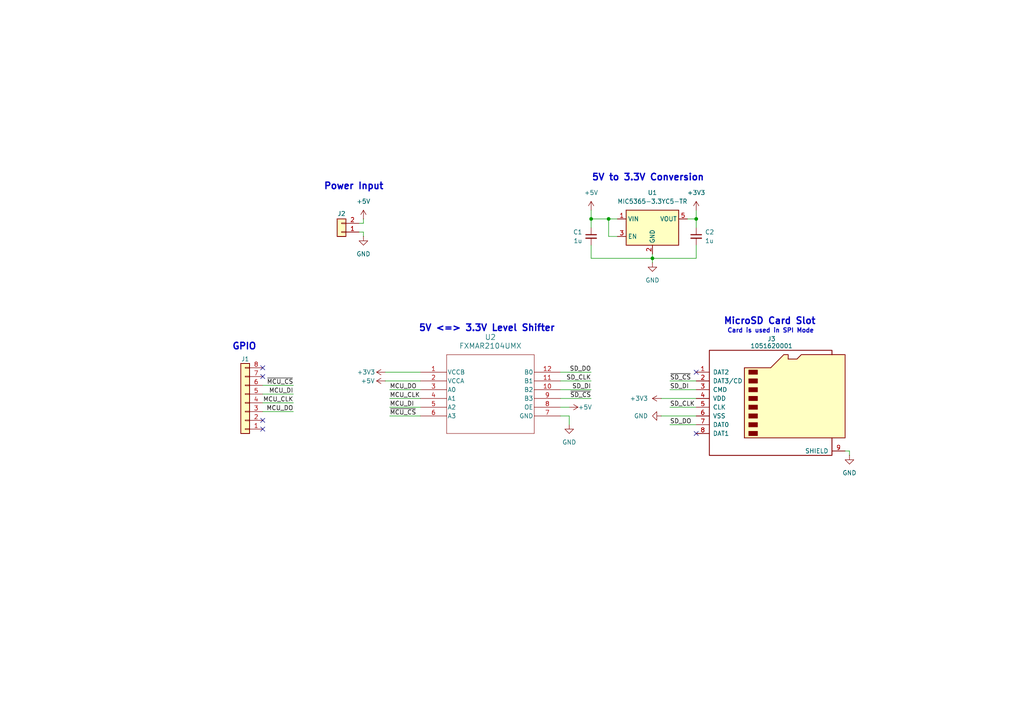
<source format=kicad_sch>
(kicad_sch (version 20250114) (generator "eeschema") (generator_version "9.0")
  (paper "A4")
  (lib_symbols
    (symbol "Connector:Micro_SD_Card" (pin_names (offset 1.016))
      (property "Reference" "J" (at -16.51 15.24 0))
      (property "Value" "Micro_SD_Card" (at 16.51 15.24 0))
      (symbol "Micro_SD_Card_0_1"
        (polyline (pts (xy -8.89 -11.43) (xy -8.89 8.89) (xy -1.27 8.89) (xy 2.54 12.7) (xy 3.81 12.7) (xy 3.81 11.43) (xy 6.35 11.43) (xy 7.62 12.7) (xy 20.32 12.7) (xy 20.32 -11.43) (xy -8.89 -11.43)) (stroke (width 0.254)) (fill (type background)))
        (rectangle (start -7.62 8.255) (end -5.08 6.985) (fill (type outline)))
        (rectangle (start -7.62 5.715) (end -5.08 4.445) (fill (type outline)))
        (rectangle (start -7.62 3.175) (end -5.08 1.905) (fill (type outline)))
        (rectangle (start -7.62 0.635) (end -5.08 -0.635) (fill (type outline)))
        (rectangle (start -7.62 -1.905) (end -5.08 -3.175) (fill (type outline)))
        (rectangle (start -7.62 -4.445) (end -5.08 -5.715) (fill (type outline)))
        (rectangle (start -7.62 -6.985) (end -5.08 -8.255) (fill (type outline)))
        (rectangle (start -7.62 -9.525) (end -5.08 -10.795) (fill (type outline)))
        (polyline (pts (xy 16.51 12.7) (xy 16.51 13.97) (xy -19.05 13.97) (xy -19.05 -16.51) (xy 16.51 -16.51) (xy 16.51 -11.43)) (stroke (width 0.254)))
      )
      (symbol "Micro_SD_Card_1_1"
        (pin bidirectional line (at -22.86 7.62 0) (length 3.81) (name "DAT2") (number "1"))
        (pin bidirectional line (at -22.86 5.08 0) (length 3.81) (name "DAT3/CD") (number "2"))
        (pin input line (at -22.86 2.54 0) (length 3.81) (name "CMD") (number "3"))
        (pin power_in line (at -22.86 0 0) (length 3.81) (name "VDD") (number "4"))
        (pin input line (at -22.86 -2.54 0) (length 3.81) (name "CLK") (number "5"))
        (pin power_in line (at -22.86 -5.08 0) (length 3.81) (name "VSS") (number "6"))
        (pin bidirectional line (at -22.86 -7.62 0) (length 3.81) (name "DAT0") (number "7"))
        (pin bidirectional line (at -22.86 -10.16 0) (length 3.81) (name "DAT1") (number "8"))
        (pin passive line (at 20.32 -15.24 180) (length 3.81) (name "SHIELD") (number "9"))
      )
    )
    (symbol "Connector_Generic:Conn_01x02" (pin_names (offset 1.016) (hide yes))
      (property "Reference" "J" (at 0 2.54 0))
      (property "Value" "Conn_01x02" (at 0 -5.08 0))
      (symbol "Conn_01x02_1_1"
        (rectangle (start -1.27 1.27) (end 1.27 -3.81) (stroke (width 0.254)) (fill (type background)))
        (rectangle (start -1.27 0.127) (end 0 -0.127) (stroke (width 0.1524)))
        (rectangle (start -1.27 -2.413) (end 0 -2.667) (stroke (width 0.1524)))
        (pin passive line (at -5.08 0 0) (length 3.81) (name "Pin_1") (number "1"))
        (pin passive line (at -5.08 -2.54 0) (length 3.81) (name "Pin_2") (number "2"))
      )
    )
    (symbol "Connector_Generic:Conn_01x08" (pin_names (offset 1.016) (hide yes))
      (property "Reference" "J" (at 0 10.16 0))
      (property "Value" "Conn_01x08" (at 0 -12.7 0))
      (symbol "Conn_01x08_1_1"
        (rectangle (start -1.27 8.89) (end 1.27 -11.43) (stroke (width 0.254)) (fill (type background)))
        (rectangle (start -1.27 7.747) (end 0 7.493) (stroke (width 0.1524)))
        (rectangle (start -1.27 5.207) (end 0 4.953) (stroke (width 0.1524)))
        (rectangle (start -1.27 2.667) (end 0 2.413) (stroke (width 0.1524)))
        (rectangle (start -1.27 0.127) (end 0 -0.127) (stroke (width 0.1524)))
        (rectangle (start -1.27 -2.413) (end 0 -2.667) (stroke (width 0.1524)))
        (rectangle (start -1.27 -4.953) (end 0 -5.207) (stroke (width 0.1524)))
        (rectangle (start -1.27 -7.493) (end 0 -7.747) (stroke (width 0.1524)))
        (rectangle (start -1.27 -10.033) (end 0 -10.287) (stroke (width 0.1524)))
        (pin passive line (at -5.08 7.62 0) (length 3.81) (name "Pin_1") (number "1"))
        (pin passive line (at -5.08 5.08 0) (length 3.81) (name "Pin_2") (number "2"))
        (pin passive line (at -5.08 2.54 0) (length 3.81) (name "Pin_3") (number "3"))
        (pin passive line (at -5.08 0 0) (length 3.81) (name "Pin_4") (number "4"))
        (pin passive line (at -5.08 -2.54 0) (length 3.81) (name "Pin_5") (number "5"))
        (pin passive line (at -5.08 -5.08 0) (length 3.81) (name "Pin_6") (number "6"))
        (pin passive line (at -5.08 -7.62 0) (length 3.81) (name "Pin_7") (number "7"))
        (pin passive line (at -5.08 -10.16 0) (length 3.81) (name "Pin_8") (number "8"))
      )
    )
    (symbol "Device:C_Small" (pin_numbers (hide yes)) (pin_names (offset 0.254) (hide yes))
      (property "Reference" "C" (at 0.254 1.778 0))
      (property "Value" "C_Small" (at 0.254 -2.032 0))
      (symbol "C_Small_0_1"
        (polyline (pts (xy -1.524 0.508) (xy 1.524 0.508)) (stroke (width 0.3048)))
        (polyline (pts (xy -1.524 -0.508) (xy 1.524 -0.508)) (stroke (width 0.3302)))
      )
      (symbol "C_Small_1_1"
        (pin passive line (at 0 2.54 270) (length 2.032) (name "~") (number "1"))
        (pin passive line (at 0 -2.54 90) (length 2.032) (name "~") (number "2"))
      )
    )
    (symbol "FXMAR2104UMX:FXMAR2104UMX" (pin_names (offset 0.254))
      (property "Reference" "U" (at 20.32 10.16 0))
      (property "Value" "FXMAR2104UMX" (at 20.32 7.62 0))
      (symbol "FXMAR2104UMX_0_1"
        (polyline (pts (xy 7.62 5.08) (xy 7.62 -17.78)) (stroke (width 0.127)))
        (polyline (pts (xy 7.62 -17.78) (xy 33.02 -17.78)) (stroke (width 0.127)))
        (polyline (pts (xy 33.02 5.08) (xy 7.62 5.08)) (stroke (width 0.127)))
        (polyline (pts (xy 33.02 -17.78) (xy 33.02 5.08)) (stroke (width 0.127)))
        (pin power_in line (at 0 0 0) (length 7.62) (name "VCCB") (number "1"))
        (pin power_in line (at 0 -2.54 0) (length 7.62) (name "VCCA") (number "2"))
        (pin bidirectional line (at 0 -5.08 0) (length 7.62) (name "A0") (number "3"))
        (pin bidirectional line (at 0 -7.62 0) (length 7.62) (name "A1") (number "4"))
        (pin bidirectional line (at 0 -10.16 0) (length 7.62) (name "A2") (number "5"))
        (pin bidirectional line (at 0 -12.7 0) (length 7.62) (name "A3") (number "6"))
        (pin bidirectional line (at 40.64 0 180) (length 7.62) (name "B0") (number "12"))
        (pin bidirectional line (at 40.64 -2.54 180) (length 7.62) (name "B1") (number "11"))
        (pin bidirectional line (at 40.64 -5.08 180) (length 7.62) (name "B2") (number "10"))
        (pin bidirectional line (at 40.64 -7.62 180) (length 7.62) (name "B3") (number "9"))
        (pin input line (at 40.64 -10.16 180) (length 7.62) (name "OE") (number "8"))
        (pin power_out line (at 40.64 -12.7 180) (length 7.62) (name "GND") (number "7"))
      )
    )
    (symbol "Regulator_Linear:MIC5365-3.3YC5"
      (property "Reference" "U" (at -6.35 6.35 0))
      (property "Value" "MIC5365-3.3YC5" (at 0 6.35 0))
      (symbol "MIC5365-3.3YC5_0_1"
        (rectangle (start -7.62 -5.08) (end 7.62 5.08) (stroke (width 0.254)) (fill (type background)))
      )
      (symbol "MIC5365-3.3YC5_1_1"
        (pin power_in line (at -10.16 2.54 0) (length 2.54) (name "VIN") (number "1"))
        (pin input line (at -10.16 -2.54 0) (length 2.54) (name "EN") (number "3"))
        (pin power_in line (at 0 -7.62 90) (length 2.54) (name "GND") (number "2"))
        (pin no_connect line (at 7.62 -2.54 180) (length 2.54) (hide yes) (name "NC") (number "4"))
        (pin power_out line (at 10.16 2.54 180) (length 2.54) (name "VOUT") (number "5"))
      )
    )
    (symbol "power:+3V3" (power) (pin_numbers (hide yes)) (pin_names (offset 0) (hide yes))
      (property "Value" "+3V3" (at 0 3.556 0))
      (symbol "+3V3_0_1"
        (polyline (pts (xy -0.762 1.27) (xy 0 2.54)))
        (polyline (pts (xy 0 2.54) (xy 0.762 1.27)))
        (polyline (pts (xy 0 0) (xy 0 2.54)))
      )
      (symbol "+3V3_1_1"
        (pin power_in line (at 0 0 90) (length 0) (name "~") (number "1"))
      )
    )
    (symbol "power:+5V" (power) (pin_numbers (hide yes)) (pin_names (offset 0) (hide yes))
      (property "Value" "+5V" (at 0 3.556 0))
      (symbol "+5V_0_1"
        (polyline (pts (xy -0.762 1.27) (xy 0 2.54)))
        (polyline (pts (xy 0 2.54) (xy 0.762 1.27)))
        (polyline (pts (xy 0 0) (xy 0 2.54)))
      )
      (symbol "+5V_1_1"
        (pin power_in line (at 0 0 90) (length 0) (name "~") (number "1"))
      )
    )
    (symbol "power:GND" (power) (pin_numbers (hide yes)) (pin_names (offset 0) (hide yes))
      (property "Value" "GND" (at 0 -3.81 0))
      (symbol "GND_0_1"
        (polyline (pts (xy 0 0) (xy 0 -1.27) (xy 1.27 -1.27) (xy 0 -2.54) (xy -1.27 -1.27) (xy 0 -1.27)))
      )
      (symbol "GND_1_1"
        (pin power_in line (at 0 0 270) (length 0) (name "~") (number "1"))
      )
    )
  )
  (text "MicroSD Card Slot" (at 223.266 93.218 0) (effects (font (size 1.905 1.905) (thickness 0.381) (bold yes))))
  (text "Power Input" (at 102.616 54.102 0) (effects (font (size 1.905 1.905) (thickness 0.381) (bold yes))))
  (text "5V <=> 3.3V Level Shifter" (at 141.224 95.25 0) (effects (font (size 1.905 1.905) (thickness 0.381) (bold yes))))
  (text "Card is used in SPI Mode" (at 223.52 96.012 0) (effects (font (size 1.27 1.27) (thickness 0.254) (bold yes))))
  (text "5V to 3.3V Conversion" (at 187.96 51.562 0) (effects (font (size 1.905 1.905) (thickness 0.381) (bold yes))))
  (text "GPIO" (at 70.866 100.584 0) (effects (font (size 1.905 1.905) (thickness 0.381) (bold yes))))
  (junction (at 171.45 63.5))
  (junction (at 189.23 74.93))
  (junction (at 201.93 63.5))
  (junction (at 176.53 63.5))
  (no_connect (at 76.2 106.68))
  (no_connect (at 76.2 121.92))
  (no_connect (at 201.93 125.73))
  (no_connect (at 201.93 107.95))
  (no_connect (at 76.2 124.46))
  (no_connect (at 76.2 109.22))
  (wire (pts (xy 201.93 74.93) (xy 189.23 74.93)))
  (wire (pts (xy 171.45 71.12) (xy 171.45 74.93)))
  (wire (pts (xy 179.07 63.5) (xy 176.53 63.5)))
  (wire (pts (xy 162.56 110.49) (xy 171.45 110.49)))
  (wire (pts (xy 105.41 68.58) (xy 105.41 67.31)))
  (wire (pts (xy 171.45 60.96) (xy 171.45 63.5)))
  (wire (pts (xy 191.77 115.57) (xy 201.93 115.57)))
  (wire (pts (xy 162.56 120.65) (xy 165.1 120.65)))
  (wire (pts (xy 245.11 130.81) (xy 246.38 130.81)))
  (wire (pts (xy 162.56 115.57) (xy 171.45 115.57)))
  (wire (pts (xy 165.1 120.65) (xy 165.1 123.19)))
  (wire (pts (xy 113.03 120.65) (xy 121.92 120.65)))
  (wire (pts (xy 113.03 113.03) (xy 121.92 113.03)))
  (wire (pts (xy 162.56 113.03) (xy 171.45 113.03)))
  (wire (pts (xy 104.14 67.31) (xy 105.41 67.31)))
  (wire (pts (xy 76.2 114.3) (xy 85.09 114.3)))
  (wire (pts (xy 176.53 63.5) (xy 171.45 63.5)))
  (wire (pts (xy 191.77 120.65) (xy 201.93 120.65)))
  (wire (pts (xy 105.41 63.5) (xy 105.41 64.77)))
  (wire (pts (xy 104.14 64.77) (xy 105.41 64.77)))
  (wire (pts (xy 201.93 71.12) (xy 201.93 74.93)))
  (wire (pts (xy 194.31 113.03) (xy 201.93 113.03)))
  (wire (pts (xy 171.45 63.5) (xy 171.45 66.04)))
  (wire (pts (xy 194.31 110.49) (xy 201.93 110.49)))
  (wire (pts (xy 111.76 110.49) (xy 121.92 110.49)))
  (wire (pts (xy 111.76 107.95) (xy 121.92 107.95)))
  (wire (pts (xy 165.1 118.11) (xy 162.56 118.11)))
  (wire (pts (xy 76.2 111.76) (xy 85.09 111.76)))
  (wire (pts (xy 171.45 74.93) (xy 189.23 74.93)))
  (wire (pts (xy 189.23 73.66) (xy 189.23 74.93)))
  (wire (pts (xy 201.93 60.96) (xy 201.93 63.5)))
  (wire (pts (xy 113.03 115.57) (xy 121.92 115.57)))
  (wire (pts (xy 201.93 63.5) (xy 199.39 63.5)))
  (wire (pts (xy 179.07 68.58) (xy 176.53 68.58)))
  (wire (pts (xy 76.2 116.84) (xy 85.09 116.84)))
  (wire (pts (xy 201.93 66.04) (xy 201.93 63.5)))
  (wire (pts (xy 176.53 63.5) (xy 176.53 68.58)))
  (wire (pts (xy 246.38 132.08) (xy 246.38 130.81)))
  (wire (pts (xy 76.2 119.38) (xy 85.09 119.38)))
  (wire (pts (xy 113.03 118.11) (xy 121.92 118.11)))
  (wire (pts (xy 194.31 118.11) (xy 201.93 118.11)))
  (wire (pts (xy 189.23 74.93) (xy 189.23 76.2)))
  (wire (pts (xy 162.56 107.95) (xy 171.45 107.95)))
  (wire (pts (xy 194.31 123.19) (xy 201.93 123.19)))
  (label "MCU_DI" (at 85.09 114.3 180) (effects (font (thickness 0.1588))))
  (label "MCU_CLK" (at 113.03 115.57 0) (effects (font (thickness 0.1588))))
  (label "MCU_DI" (at 113.03 118.11 0) (effects (font (thickness 0.1588))))
  (label "SD_DO" (at 194.31 123.19 0) (effects (font (thickness 0.1588))))
  (label "SD_DO" (at 171.45 107.95 180) (effects (font (thickness 0.1588))))
  (label "SD_CLK" (at 194.31 118.11 0) (effects (font (thickness 0.1588))))
  (label "~{MCU_CS}" (at 113.03 120.65 0) (effects (font (thickness 0.1588))))
  (label "MCU_DO" (at 113.03 113.03 0) (effects (font (thickness 0.1588))))
  (label "~{SD_CS}" (at 194.31 110.49 0) (effects (font (thickness 0.1588))))
  (label "~{SD_CS}" (at 171.45 115.57 180) (effects (font (thickness 0.1588))))
  (label "~{MCU_CS}" (at 85.09 111.76 180) (effects (font (thickness 0.1588))))
  (label "SD_CLK" (at 171.45 110.49 180) (effects (font (thickness 0.1588))))
  (label "SD_DI" (at 194.31 113.03 0) (effects (font (thickness 0.1588))))
  (label "MCU_CLK" (at 85.09 116.84 180) (effects (font (thickness 0.1588))))
  (label "MCU_DO" (at 85.09 119.38 180) (effects (font (thickness 0.1588))))
  (label "SD_DI" (at 171.45 113.03 180) (effects (font (thickness 0.1588))))
  (symbol (lib_id "Connector_Generic:Conn_01x02") (at 99.06 67.31 180) (unit 1)
    (property "Reference" "J2" (at 99.06 61.976 0))
    (property "Value" "Conn_01x02" (effects (hide yes)))
    (property "Footprint" "Connector_PinSocket_1.27mm:PinSocket_1x02_P1.27mm_Vertical" (effects (hide yes)))
    (property "Description" "Generic connector, single row, 01x02, script generated (kicad-library-utils/schlib/autogen/connector/)" (effects (hide yes)))
  )
  (symbol (lib_id "power:GND") (at 165.1 123.19 0) (unit 1)
    (property "Reference" "#PWR011" (effects (hide yes)))
    (property "Value" "GND" (at 165.1 128.27 0))
    (property "Description" "Power symbol creates a global label with name \"GND\" , ground" (effects (hide yes)))
  )
  (symbol (lib_id "power:GND") (at 105.41 68.58 0) (unit 1)
    (property "Reference" "#PWR02" (effects (hide yes)))
    (property "Value" "GND" (at 105.41 73.66 0))
    (property "Description" "Power symbol creates a global label with name \"GND\" , ground" (effects (hide yes)))
  )
  (symbol (lib_id "Regulator_Linear:MIC5365-3.3YC5") (at 189.23 66.04 0) (unit 1)
    (property "Reference" "U1" (at 189.23 55.88 0))
    (property "Value" "MIC5365-3.3YC5-TR" (at 189.23 58.42 0))
    (property "Footprint" "Package_TO_SOT_SMD:SOT-353_SC-70-5" (effects (hide yes)))
    (property "Datasheet" "https://ww1.microchip.com/downloads/aemDocuments/documents/APID/ProductDocuments/DataSheets/MIC5365-6-High-Performance-Single-150mA-LDO-DS20006605A.pdf" (effects (hide yes)))
    (property "Description" "150mA Low-dropout Voltage Regulator, Vout 3.3V, Vin up to 5.5V, SC-70-5" (effects (hide yes)))
  )
  (symbol (lib_id "Connector_Generic:Conn_01x08") (at 71.12 116.84 180) (unit 1)
    (property "Reference" "J1" (at 71.12 104.14 0))
    (property "Value" "Conn_01x08" (effects (hide yes)))
    (property "Footprint" "Connector_PinSocket_1.27mm:PinSocket_1x08_P1.27mm_Vertical" (effects (hide yes)))
    (property "Description" "Generic connector, single row, 01x08, script generated (kicad-library-utils/schlib/autogen/connector/)" (effects (hide yes)))
  )
  (symbol (lib_id "power:+3V3") (at 191.77 115.57 90) (unit 1)
    (property "Reference" "#PWR05" (effects (hide yes)))
    (property "Value" "+3V3" (at 187.96 115.5699 90) (effects (justify left)))
    (property "Description" "Power symbol creates a global label with name \"+3V3\"" (effects (hide yes)))
  )
  (symbol (lib_id "FXMAR2104UMX:FXMAR2104UMX") (at 121.92 107.95 0) (unit 1)
    (property "Reference" "U2" (at 142.24 97.79 0) (effects (font (size 1.524 1.524))))
    (property "Value" "FXMAR2104UMX" (at 142.24 100.33 0) (effects (font (size 1.524 1.524))))
    (property "Footprint" "FXMAR2104UMX:ULTRATHIN_MLP_12L_ONS" (effects (hide yes)))
    (property "Datasheet" "FXMAR2104UMX" (effects (hide yes)))
  )
  (symbol (lib_id "power:GND") (at 191.77 120.65 270) (unit 1)
    (property "Reference" "#PWR04" (effects (hide yes)))
    (property "Value" "GND" (at 187.96 120.6499 90) (effects (justify right)))
    (property "Description" "Power symbol creates a global label with name \"GND\" , ground" (effects (hide yes)))
  )
  (symbol (lib_id "power:+3V3") (at 201.93 60.96 0) (unit 1)
    (property "Reference" "#PWR07" (effects (hide yes)))
    (property "Value" "+3V3" (at 201.93 55.88 0))
    (property "Description" "Power symbol creates a global label with name \"+3V3\"" (effects (hide yes)))
  )
  (symbol (lib_id "power:GND") (at 246.38 132.08 0) (unit 1)
    (property "Reference" "#PWR03" (effects (hide yes)))
    (property "Value" "GND" (at 246.38 137.16 0))
    (property "Description" "Power symbol creates a global label with name \"GND\" , ground" (effects (hide yes)))
  )
  (symbol (lib_id "Device:C_Small") (at 201.93 68.58 0) (mirror y) (unit 1)
    (property "Reference" "C2" (at 204.47 67.3162 0) (effects (justify right)))
    (property "Value" "1u" (at 204.47 69.8562 0) (effects (justify right)))
    (property "Footprint" "Capacitor_SMD:C_0402_1005Metric" (effects (hide yes)))
    (property "Description" "Unpolarized capacitor, small symbol" (effects (hide yes)))
  )
  (symbol (lib_id "power:+5V") (at 111.76 110.49 90) (unit 1)
    (property "Reference" "#PWR08" (effects (hide yes)))
    (property "Value" "+5V" (at 106.68 110.49 90))
    (property "Description" "Power symbol creates a global label with name \"+5V\"" (effects (hide yes)))
  )
  (symbol (lib_id "Device:C_Small") (at 171.45 68.58 0) (unit 1)
    (property "Reference" "C1" (at 168.91 67.3162 0) (effects (justify right)))
    (property "Value" "1u" (at 168.91 69.8562 0) (effects (justify right)))
    (property "Footprint" "Capacitor_SMD:C_0402_1005Metric" (effects (hide yes)))
    (property "Description" "Unpolarized capacitor, small symbol" (effects (hide yes)))
  )
  (symbol (lib_id "power:GND") (at 189.23 76.2 0) (unit 1)
    (property "Reference" "#PWR010" (effects (hide yes)))
    (property "Value" "GND" (at 189.23 81.28 0))
    (property "Description" "Power symbol creates a global label with name \"GND\" , ground" (effects (hide yes)))
  )
  (symbol (lib_id "power:+3V3") (at 111.76 107.95 90) (unit 1)
    (property "Reference" "#PWR09" (effects (hide yes)))
    (property "Value" "+3V3" (at 106.172 107.95 90))
    (property "Description" "Power symbol creates a global label with name \"+3V3\"" (effects (hide yes)))
  )
  (symbol (lib_id "Connector:Micro_SD_Card") (at 224.79 115.57 0) (unit 1)
    (property "Reference" "J3" (at 223.774 98.298 0))
    (property "Value" "1051620001" (at 223.774 100.33 0))
    (property "Footprint" "1051620001:105162-0001_MOL" (effects (hide yes)))
    (property "Datasheet" "https://www.we-online.com/components/products/datasheet/693072010801.pdf" (effects (hide yes)))
    (property "Description" "Micro SD Card Socket" (effects (hide yes)))
  )
  (symbol (lib_id "power:+5V") (at 171.45 60.96 0) (unit 1)
    (property "Reference" "#PWR06" (effects (hide yes)))
    (property "Value" "+5V" (at 171.45 55.88 0))
    (property "Description" "Power symbol creates a global label with name \"+5V\"" (effects (hide yes)))
  )
  (symbol (lib_id "power:+5V") (at 105.41 63.5 0) (unit 1)
    (property "Reference" "#PWR01" (effects (hide yes)))
    (property "Value" "+5V" (at 105.41 58.42 0))
    (property "Description" "Power symbol creates a global label with name \"+5V\"" (effects (hide yes)))
  )
  (symbol (lib_id "power:+5V") (at 165.1 118.11 270) (unit 1)
    (property "Reference" "#PWR012" (effects (hide yes)))
    (property "Value" "+5V" (at 169.672 118.11 90))
    (property "Description" "Power symbol creates a global label with name \"+5V\"" (effects (hide yes)))
  )
)
</source>
